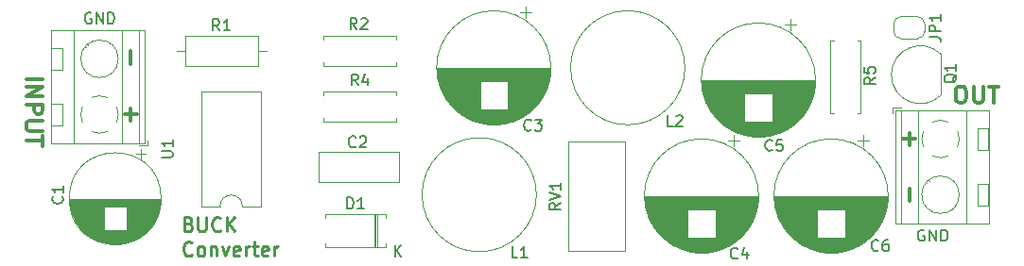
<source format=gto>
%TF.GenerationSoftware,KiCad,Pcbnew,(5.1.12)-1*%
%TF.CreationDate,2022-12-13T06:15:17+01:00*%
%TF.ProjectId,MC34063_buck,4d433334-3036-4335-9f62-75636b2e6b69,rev?*%
%TF.SameCoordinates,Original*%
%TF.FileFunction,Legend,Top*%
%TF.FilePolarity,Positive*%
%FSLAX46Y46*%
G04 Gerber Fmt 4.6, Leading zero omitted, Abs format (unit mm)*
G04 Created by KiCad (PCBNEW (5.1.12)-1) date 2022-12-13 06:15:17*
%MOMM*%
%LPD*%
G01*
G04 APERTURE LIST*
%ADD10C,0.300000*%
%ADD11C,0.250000*%
%ADD12C,0.150000*%
%ADD13C,0.120000*%
G04 APERTURE END LIST*
D10*
X55307142Y-64171428D02*
X55307142Y-63028571D01*
X55307142Y-69271428D02*
X55307142Y-68128571D01*
X55878571Y-68700000D02*
X54735714Y-68700000D01*
X125007142Y-76471428D02*
X125007142Y-75328571D01*
X125007142Y-71471428D02*
X125007142Y-70328571D01*
X125578571Y-70900000D02*
X124435714Y-70900000D01*
D11*
X60476785Y-78507142D02*
X60655357Y-78569047D01*
X60714880Y-78630952D01*
X60774404Y-78754761D01*
X60774404Y-78940476D01*
X60714880Y-79064285D01*
X60655357Y-79126190D01*
X60536309Y-79188095D01*
X60060119Y-79188095D01*
X60060119Y-77888095D01*
X60476785Y-77888095D01*
X60595833Y-77950000D01*
X60655357Y-78011904D01*
X60714880Y-78135714D01*
X60714880Y-78259523D01*
X60655357Y-78383333D01*
X60595833Y-78445238D01*
X60476785Y-78507142D01*
X60060119Y-78507142D01*
X61310119Y-77888095D02*
X61310119Y-78940476D01*
X61369642Y-79064285D01*
X61429166Y-79126190D01*
X61548214Y-79188095D01*
X61786309Y-79188095D01*
X61905357Y-79126190D01*
X61964880Y-79064285D01*
X62024404Y-78940476D01*
X62024404Y-77888095D01*
X63333928Y-79064285D02*
X63274404Y-79126190D01*
X63095833Y-79188095D01*
X62976785Y-79188095D01*
X62798214Y-79126190D01*
X62679166Y-79002380D01*
X62619642Y-78878571D01*
X62560119Y-78630952D01*
X62560119Y-78445238D01*
X62619642Y-78197619D01*
X62679166Y-78073809D01*
X62798214Y-77950000D01*
X62976785Y-77888095D01*
X63095833Y-77888095D01*
X63274404Y-77950000D01*
X63333928Y-78011904D01*
X63869642Y-79188095D02*
X63869642Y-77888095D01*
X64583928Y-79188095D02*
X64048214Y-78445238D01*
X64583928Y-77888095D02*
X63869642Y-78630952D01*
X60774404Y-81264285D02*
X60714880Y-81326190D01*
X60536309Y-81388095D01*
X60417261Y-81388095D01*
X60238690Y-81326190D01*
X60119642Y-81202380D01*
X60060119Y-81078571D01*
X60000595Y-80830952D01*
X60000595Y-80645238D01*
X60060119Y-80397619D01*
X60119642Y-80273809D01*
X60238690Y-80150000D01*
X60417261Y-80088095D01*
X60536309Y-80088095D01*
X60714880Y-80150000D01*
X60774404Y-80211904D01*
X61488690Y-81388095D02*
X61369642Y-81326190D01*
X61310119Y-81264285D01*
X61250595Y-81140476D01*
X61250595Y-80769047D01*
X61310119Y-80645238D01*
X61369642Y-80583333D01*
X61488690Y-80521428D01*
X61667261Y-80521428D01*
X61786309Y-80583333D01*
X61845833Y-80645238D01*
X61905357Y-80769047D01*
X61905357Y-81140476D01*
X61845833Y-81264285D01*
X61786309Y-81326190D01*
X61667261Y-81388095D01*
X61488690Y-81388095D01*
X62441071Y-80521428D02*
X62441071Y-81388095D01*
X62441071Y-80645238D02*
X62500595Y-80583333D01*
X62619642Y-80521428D01*
X62798214Y-80521428D01*
X62917261Y-80583333D01*
X62976785Y-80707142D01*
X62976785Y-81388095D01*
X63452976Y-80521428D02*
X63750595Y-81388095D01*
X64048214Y-80521428D01*
X65000595Y-81326190D02*
X64881547Y-81388095D01*
X64643452Y-81388095D01*
X64524404Y-81326190D01*
X64464880Y-81202380D01*
X64464880Y-80707142D01*
X64524404Y-80583333D01*
X64643452Y-80521428D01*
X64881547Y-80521428D01*
X65000595Y-80583333D01*
X65060119Y-80707142D01*
X65060119Y-80830952D01*
X64464880Y-80954761D01*
X65595833Y-81388095D02*
X65595833Y-80521428D01*
X65595833Y-80769047D02*
X65655357Y-80645238D01*
X65714880Y-80583333D01*
X65833928Y-80521428D01*
X65952976Y-80521428D01*
X66191071Y-80521428D02*
X66667261Y-80521428D01*
X66369642Y-80088095D02*
X66369642Y-81202380D01*
X66429166Y-81326190D01*
X66548214Y-81388095D01*
X66667261Y-81388095D01*
X67560119Y-81326190D02*
X67441071Y-81388095D01*
X67202976Y-81388095D01*
X67083928Y-81326190D01*
X67024404Y-81202380D01*
X67024404Y-80707142D01*
X67083928Y-80583333D01*
X67202976Y-80521428D01*
X67441071Y-80521428D01*
X67560119Y-80583333D01*
X67619642Y-80707142D01*
X67619642Y-80830952D01*
X67024404Y-80954761D01*
X68155357Y-81388095D02*
X68155357Y-80521428D01*
X68155357Y-80769047D02*
X68214880Y-80645238D01*
X68274404Y-80583333D01*
X68393452Y-80521428D01*
X68512500Y-80521428D01*
D12*
X126338095Y-79100000D02*
X126242857Y-79052380D01*
X126100000Y-79052380D01*
X125957142Y-79100000D01*
X125861904Y-79195238D01*
X125814285Y-79290476D01*
X125766666Y-79480952D01*
X125766666Y-79623809D01*
X125814285Y-79814285D01*
X125861904Y-79909523D01*
X125957142Y-80004761D01*
X126100000Y-80052380D01*
X126195238Y-80052380D01*
X126338095Y-80004761D01*
X126385714Y-79957142D01*
X126385714Y-79623809D01*
X126195238Y-79623809D01*
X126814285Y-80052380D02*
X126814285Y-79052380D01*
X127385714Y-80052380D01*
X127385714Y-79052380D01*
X127861904Y-80052380D02*
X127861904Y-79052380D01*
X128100000Y-79052380D01*
X128242857Y-79100000D01*
X128338095Y-79195238D01*
X128385714Y-79290476D01*
X128433333Y-79480952D01*
X128433333Y-79623809D01*
X128385714Y-79814285D01*
X128338095Y-79909523D01*
X128242857Y-80004761D01*
X128100000Y-80052380D01*
X127861904Y-80052380D01*
D10*
X129500000Y-66178571D02*
X129785714Y-66178571D01*
X129928571Y-66250000D01*
X130071428Y-66392857D01*
X130142857Y-66678571D01*
X130142857Y-67178571D01*
X130071428Y-67464285D01*
X129928571Y-67607142D01*
X129785714Y-67678571D01*
X129500000Y-67678571D01*
X129357142Y-67607142D01*
X129214285Y-67464285D01*
X129142857Y-67178571D01*
X129142857Y-66678571D01*
X129214285Y-66392857D01*
X129357142Y-66250000D01*
X129500000Y-66178571D01*
X130785714Y-66178571D02*
X130785714Y-67392857D01*
X130857142Y-67535714D01*
X130928571Y-67607142D01*
X131071428Y-67678571D01*
X131357142Y-67678571D01*
X131500000Y-67607142D01*
X131571428Y-67535714D01*
X131642857Y-67392857D01*
X131642857Y-66178571D01*
X132142857Y-66178571D02*
X133000000Y-66178571D01*
X132571428Y-67678571D02*
X132571428Y-66178571D01*
D12*
X51738095Y-59600000D02*
X51642857Y-59552380D01*
X51500000Y-59552380D01*
X51357142Y-59600000D01*
X51261904Y-59695238D01*
X51214285Y-59790476D01*
X51166666Y-59980952D01*
X51166666Y-60123809D01*
X51214285Y-60314285D01*
X51261904Y-60409523D01*
X51357142Y-60504761D01*
X51500000Y-60552380D01*
X51595238Y-60552380D01*
X51738095Y-60504761D01*
X51785714Y-60457142D01*
X51785714Y-60123809D01*
X51595238Y-60123809D01*
X52214285Y-60552380D02*
X52214285Y-59552380D01*
X52785714Y-60552380D01*
X52785714Y-59552380D01*
X53261904Y-60552380D02*
X53261904Y-59552380D01*
X53500000Y-59552380D01*
X53642857Y-59600000D01*
X53738095Y-59695238D01*
X53785714Y-59790476D01*
X53833333Y-59980952D01*
X53833333Y-60123809D01*
X53785714Y-60314285D01*
X53738095Y-60409523D01*
X53642857Y-60504761D01*
X53500000Y-60552380D01*
X53261904Y-60552380D01*
D10*
X45921428Y-65507142D02*
X47421428Y-65507142D01*
X45921428Y-66221428D02*
X47421428Y-66221428D01*
X45921428Y-67078571D01*
X47421428Y-67078571D01*
X45921428Y-67792857D02*
X47421428Y-67792857D01*
X47421428Y-68364285D01*
X47350000Y-68507142D01*
X47278571Y-68578571D01*
X47135714Y-68650000D01*
X46921428Y-68650000D01*
X46778571Y-68578571D01*
X46707142Y-68507142D01*
X46635714Y-68364285D01*
X46635714Y-67792857D01*
X47421428Y-69292857D02*
X46207142Y-69292857D01*
X46064285Y-69364285D01*
X45992857Y-69435714D01*
X45921428Y-69578571D01*
X45921428Y-69864285D01*
X45992857Y-70007142D01*
X46064285Y-70078571D01*
X46207142Y-70150000D01*
X47421428Y-70150000D01*
X47421428Y-70650000D02*
X47421428Y-71507142D01*
X45921428Y-71078571D02*
X47421428Y-71078571D01*
D13*
%TO.C,C2*%
X79320000Y-72030000D02*
X79320000Y-74770000D01*
X72080000Y-72030000D02*
X72080000Y-74770000D01*
X72080000Y-74770000D02*
X79320000Y-74770000D01*
X72080000Y-72030000D02*
X79320000Y-72030000D01*
%TO.C,D1*%
X77330000Y-80570000D02*
X77330000Y-77630000D01*
X77090000Y-80570000D02*
X77090000Y-77630000D01*
X77210000Y-80570000D02*
X77210000Y-77630000D01*
X72670000Y-77630000D02*
X72670000Y-77960000D01*
X78110000Y-77630000D02*
X72670000Y-77630000D01*
X78110000Y-77960000D02*
X78110000Y-77630000D01*
X72670000Y-80570000D02*
X72670000Y-80240000D01*
X78110000Y-80570000D02*
X72670000Y-80570000D01*
X78110000Y-80240000D02*
X78110000Y-80570000D01*
%TO.C,J1*%
X54180000Y-63700000D02*
G75*
G03*
X54180000Y-63700000I-1680000J0D01*
G01*
X56000000Y-71260000D02*
X56000000Y-61140000D01*
X54500000Y-71260000D02*
X54500000Y-61140000D01*
X50199000Y-71260000D02*
X50199000Y-61140000D01*
X48140000Y-71260000D02*
X48140000Y-61140000D01*
X56560000Y-71260000D02*
X56560000Y-61140000D01*
X48140000Y-71260000D02*
X56560000Y-71260000D01*
X48140000Y-61140000D02*
X56560000Y-61140000D01*
X48200000Y-69700000D02*
X48200000Y-67700000D01*
X49200000Y-69700000D02*
X49200000Y-67700000D01*
X48200000Y-69700000D02*
X49200000Y-69700000D01*
X48200000Y-67700000D02*
X49200000Y-67700000D01*
X51431000Y-62425000D02*
X51477000Y-62472000D01*
X53739000Y-64734000D02*
X53774000Y-64769000D01*
X51225000Y-62630000D02*
X51261000Y-62665000D01*
X53523000Y-64927000D02*
X53569000Y-64974000D01*
X48200000Y-64700000D02*
X48200000Y-62700000D01*
X49200000Y-64700000D02*
X49200000Y-62700000D01*
X48200000Y-64700000D02*
X49200000Y-64700000D01*
X48200000Y-62700000D02*
X49200000Y-62700000D01*
X56060000Y-71500000D02*
X56800000Y-71500000D01*
X56800000Y-71500000D02*
X56800000Y-71000000D01*
X54180253Y-68671195D02*
G75*
G02*
X54035000Y-69384000I-1680253J-28805D01*
G01*
X53183042Y-70235426D02*
G75*
G02*
X51816000Y-70235000I-683042J1535426D01*
G01*
X50964574Y-69383042D02*
G75*
G02*
X50965000Y-68016000I1535426J683042D01*
G01*
X51816958Y-67164574D02*
G75*
G02*
X53184000Y-67165000I683042J-1535426D01*
G01*
X54034756Y-68016682D02*
G75*
G02*
X54180000Y-68700000I-1534756J-683318D01*
G01*
%TO.C,J2*%
X123500000Y-68100000D02*
X123500000Y-68600000D01*
X124240000Y-68100000D02*
X123500000Y-68100000D01*
X132100000Y-76900000D02*
X131100000Y-76900000D01*
X132100000Y-74900000D02*
X131100000Y-74900000D01*
X131100000Y-74900000D02*
X131100000Y-76900000D01*
X132100000Y-74900000D02*
X132100000Y-76900000D01*
X126777000Y-74673000D02*
X126731000Y-74626000D01*
X129075000Y-76970000D02*
X129039000Y-76935000D01*
X126561000Y-74866000D02*
X126526000Y-74831000D01*
X128869000Y-77175000D02*
X128823000Y-77128000D01*
X132100000Y-71900000D02*
X131100000Y-71900000D01*
X132100000Y-69900000D02*
X131100000Y-69900000D01*
X131100000Y-69900000D02*
X131100000Y-71900000D01*
X132100000Y-69900000D02*
X132100000Y-71900000D01*
X132160000Y-78460000D02*
X123740000Y-78460000D01*
X132160000Y-68340000D02*
X123740000Y-68340000D01*
X123740000Y-68340000D02*
X123740000Y-78460000D01*
X132160000Y-68340000D02*
X132160000Y-78460000D01*
X130101000Y-68340000D02*
X130101000Y-78460000D01*
X125800000Y-68340000D02*
X125800000Y-78460000D01*
X124300000Y-68340000D02*
X124300000Y-78460000D01*
X129480000Y-75900000D02*
G75*
G03*
X129480000Y-75900000I-1680000J0D01*
G01*
X126265244Y-71583318D02*
G75*
G02*
X126120000Y-70900000I1534756J683318D01*
G01*
X128483042Y-72435426D02*
G75*
G02*
X127116000Y-72435000I-683042J1535426D01*
G01*
X129335426Y-70216958D02*
G75*
G02*
X129335000Y-71584000I-1535426J-683042D01*
G01*
X127116958Y-69364574D02*
G75*
G02*
X128484000Y-69365000I683042J-1535426D01*
G01*
X126119747Y-70928805D02*
G75*
G02*
X126265000Y-70216000I1680253J28805D01*
G01*
%TO.C,JP1*%
X124300000Y-59900000D02*
X125700000Y-59900000D01*
X126400000Y-60600000D02*
X126400000Y-61200000D01*
X125700000Y-61900000D02*
X124300000Y-61900000D01*
X123600000Y-61200000D02*
X123600000Y-60600000D01*
X125700000Y-59900000D02*
G75*
G02*
X126400000Y-60600000I0J-700000D01*
G01*
X126400000Y-61200000D02*
G75*
G02*
X125700000Y-61900000I-700000J0D01*
G01*
X124300000Y-61900000D02*
G75*
G02*
X123600000Y-61200000I0J700000D01*
G01*
X123600000Y-60600000D02*
G75*
G02*
X124300000Y-59900000I700000J0D01*
G01*
%TO.C,L1*%
X91620000Y-75900000D02*
G75*
G03*
X91620000Y-75900000I-5120000J0D01*
G01*
%TO.C,L2*%
X104920000Y-64500000D02*
G75*
G03*
X104920000Y-64500000I-5120000J0D01*
G01*
%TO.C,Q1*%
X127850000Y-66930000D02*
X127850000Y-63330000D01*
X127838478Y-66968478D02*
G75*
G02*
X123400000Y-65130000I-1838478J1838478D01*
G01*
X127838478Y-63291522D02*
G75*
G03*
X123400000Y-65130000I-1838478J-1838478D01*
G01*
%TO.C,R1*%
X59380000Y-63000000D02*
X60150000Y-63000000D01*
X67460000Y-63000000D02*
X66690000Y-63000000D01*
X60150000Y-64370000D02*
X66690000Y-64370000D01*
X60150000Y-61630000D02*
X60150000Y-64370000D01*
X66690000Y-61630000D02*
X60150000Y-61630000D01*
X66690000Y-64370000D02*
X66690000Y-61630000D01*
%TO.C,R2*%
X72520000Y-61630000D02*
X72520000Y-61960000D01*
X79060000Y-61630000D02*
X72520000Y-61630000D01*
X79060000Y-61960000D02*
X79060000Y-61630000D01*
X72520000Y-64370000D02*
X72520000Y-64040000D01*
X79060000Y-64370000D02*
X72520000Y-64370000D01*
X79060000Y-64040000D02*
X79060000Y-64370000D01*
%TO.C,R4*%
X79080000Y-69370000D02*
X79080000Y-69040000D01*
X72540000Y-69370000D02*
X79080000Y-69370000D01*
X72540000Y-69040000D02*
X72540000Y-69370000D01*
X79080000Y-66630000D02*
X79080000Y-66960000D01*
X72540000Y-66630000D02*
X79080000Y-66630000D01*
X72540000Y-66960000D02*
X72540000Y-66630000D01*
%TO.C,R5*%
X118260000Y-68560000D02*
X117930000Y-68560000D01*
X117930000Y-68560000D02*
X117930000Y-62020000D01*
X117930000Y-62020000D02*
X118260000Y-62020000D01*
X120340000Y-68560000D02*
X120670000Y-68560000D01*
X120670000Y-68560000D02*
X120670000Y-62020000D01*
X120670000Y-62020000D02*
X120340000Y-62020000D01*
%TO.C,RV1*%
X94470000Y-71155000D02*
X99540000Y-71155000D01*
X94470000Y-80925000D02*
X99540000Y-80925000D01*
X99540000Y-80925000D02*
X99540000Y-71155000D01*
X94470000Y-80925000D02*
X94470000Y-71155000D01*
%TO.C,U1*%
X61640000Y-76930000D02*
X63290000Y-76930000D01*
X61640000Y-66650000D02*
X61640000Y-76930000D01*
X66940000Y-66650000D02*
X61640000Y-66650000D01*
X66940000Y-76930000D02*
X66940000Y-66650000D01*
X65290000Y-76930000D02*
X66940000Y-76930000D01*
X63290000Y-76930000D02*
G75*
G02*
X65290000Y-76930000I1000000J0D01*
G01*
%TO.C,C3*%
X91175000Y-59520354D02*
X90175000Y-59520354D01*
X90675000Y-59020354D02*
X90675000Y-60020354D01*
X88399000Y-69581000D02*
X87201000Y-69581000D01*
X88662000Y-69541000D02*
X86938000Y-69541000D01*
X88862000Y-69501000D02*
X86738000Y-69501000D01*
X89030000Y-69461000D02*
X86570000Y-69461000D01*
X89178000Y-69421000D02*
X86422000Y-69421000D01*
X89310000Y-69381000D02*
X86290000Y-69381000D01*
X89430000Y-69341000D02*
X86170000Y-69341000D01*
X89542000Y-69301000D02*
X86058000Y-69301000D01*
X89646000Y-69261000D02*
X85954000Y-69261000D01*
X89744000Y-69221000D02*
X85856000Y-69221000D01*
X89837000Y-69181000D02*
X85763000Y-69181000D01*
X89925000Y-69141000D02*
X85675000Y-69141000D01*
X90009000Y-69101000D02*
X85591000Y-69101000D01*
X90089000Y-69061000D02*
X85511000Y-69061000D01*
X90165000Y-69021000D02*
X85435000Y-69021000D01*
X90239000Y-68981000D02*
X85361000Y-68981000D01*
X90310000Y-68941000D02*
X85290000Y-68941000D01*
X90379000Y-68901000D02*
X85221000Y-68901000D01*
X90445000Y-68861000D02*
X85155000Y-68861000D01*
X90509000Y-68821000D02*
X85091000Y-68821000D01*
X90570000Y-68781000D02*
X85030000Y-68781000D01*
X90630000Y-68741000D02*
X84970000Y-68741000D01*
X90689000Y-68701000D02*
X84911000Y-68701000D01*
X90745000Y-68661000D02*
X84855000Y-68661000D01*
X90800000Y-68621000D02*
X84800000Y-68621000D01*
X90854000Y-68581000D02*
X84746000Y-68581000D01*
X90906000Y-68541000D02*
X84694000Y-68541000D01*
X90956000Y-68501000D02*
X84644000Y-68501000D01*
X91006000Y-68461000D02*
X84594000Y-68461000D01*
X91054000Y-68421000D02*
X84546000Y-68421000D01*
X91101000Y-68381000D02*
X84499000Y-68381000D01*
X91147000Y-68341000D02*
X84453000Y-68341000D01*
X91192000Y-68301000D02*
X84408000Y-68301000D01*
X91236000Y-68261000D02*
X84364000Y-68261000D01*
X86559000Y-68221000D02*
X84322000Y-68221000D01*
X91278000Y-68221000D02*
X89041000Y-68221000D01*
X86559000Y-68181000D02*
X84280000Y-68181000D01*
X91320000Y-68181000D02*
X89041000Y-68181000D01*
X86559000Y-68141000D02*
X84239000Y-68141000D01*
X91361000Y-68141000D02*
X89041000Y-68141000D01*
X86559000Y-68101000D02*
X84199000Y-68101000D01*
X91401000Y-68101000D02*
X89041000Y-68101000D01*
X86559000Y-68061000D02*
X84160000Y-68061000D01*
X91440000Y-68061000D02*
X89041000Y-68061000D01*
X86559000Y-68021000D02*
X84121000Y-68021000D01*
X91479000Y-68021000D02*
X89041000Y-68021000D01*
X86559000Y-67981000D02*
X84084000Y-67981000D01*
X91516000Y-67981000D02*
X89041000Y-67981000D01*
X86559000Y-67941000D02*
X84047000Y-67941000D01*
X91553000Y-67941000D02*
X89041000Y-67941000D01*
X86559000Y-67901000D02*
X84011000Y-67901000D01*
X91589000Y-67901000D02*
X89041000Y-67901000D01*
X86559000Y-67861000D02*
X83976000Y-67861000D01*
X91624000Y-67861000D02*
X89041000Y-67861000D01*
X86559000Y-67821000D02*
X83942000Y-67821000D01*
X91658000Y-67821000D02*
X89041000Y-67821000D01*
X86559000Y-67781000D02*
X83908000Y-67781000D01*
X91692000Y-67781000D02*
X89041000Y-67781000D01*
X86559000Y-67741000D02*
X83875000Y-67741000D01*
X91725000Y-67741000D02*
X89041000Y-67741000D01*
X86559000Y-67701000D02*
X83843000Y-67701000D01*
X91757000Y-67701000D02*
X89041000Y-67701000D01*
X86559000Y-67661000D02*
X83811000Y-67661000D01*
X91789000Y-67661000D02*
X89041000Y-67661000D01*
X86559000Y-67621000D02*
X83780000Y-67621000D01*
X91820000Y-67621000D02*
X89041000Y-67621000D01*
X86559000Y-67581000D02*
X83750000Y-67581000D01*
X91850000Y-67581000D02*
X89041000Y-67581000D01*
X86559000Y-67541000D02*
X83720000Y-67541000D01*
X91880000Y-67541000D02*
X89041000Y-67541000D01*
X86559000Y-67501000D02*
X83690000Y-67501000D01*
X91910000Y-67501000D02*
X89041000Y-67501000D01*
X86559000Y-67461000D02*
X83662000Y-67461000D01*
X91938000Y-67461000D02*
X89041000Y-67461000D01*
X86559000Y-67421000D02*
X83634000Y-67421000D01*
X91966000Y-67421000D02*
X89041000Y-67421000D01*
X86559000Y-67381000D02*
X83606000Y-67381000D01*
X91994000Y-67381000D02*
X89041000Y-67381000D01*
X86559000Y-67341000D02*
X83579000Y-67341000D01*
X92021000Y-67341000D02*
X89041000Y-67341000D01*
X86559000Y-67301000D02*
X83553000Y-67301000D01*
X92047000Y-67301000D02*
X89041000Y-67301000D01*
X86559000Y-67261000D02*
X83527000Y-67261000D01*
X92073000Y-67261000D02*
X89041000Y-67261000D01*
X86559000Y-67221000D02*
X83502000Y-67221000D01*
X92098000Y-67221000D02*
X89041000Y-67221000D01*
X86559000Y-67181000D02*
X83477000Y-67181000D01*
X92123000Y-67181000D02*
X89041000Y-67181000D01*
X86559000Y-67141000D02*
X83453000Y-67141000D01*
X92147000Y-67141000D02*
X89041000Y-67141000D01*
X86559000Y-67101000D02*
X83429000Y-67101000D01*
X92171000Y-67101000D02*
X89041000Y-67101000D01*
X86559000Y-67061000D02*
X83405000Y-67061000D01*
X92195000Y-67061000D02*
X89041000Y-67061000D01*
X86559000Y-67021000D02*
X83383000Y-67021000D01*
X92217000Y-67021000D02*
X89041000Y-67021000D01*
X86559000Y-66981000D02*
X83360000Y-66981000D01*
X92240000Y-66981000D02*
X89041000Y-66981000D01*
X86559000Y-66941000D02*
X83338000Y-66941000D01*
X92262000Y-66941000D02*
X89041000Y-66941000D01*
X86559000Y-66901000D02*
X83317000Y-66901000D01*
X92283000Y-66901000D02*
X89041000Y-66901000D01*
X86559000Y-66861000D02*
X83296000Y-66861000D01*
X92304000Y-66861000D02*
X89041000Y-66861000D01*
X86559000Y-66821000D02*
X83275000Y-66821000D01*
X92325000Y-66821000D02*
X89041000Y-66821000D01*
X86559000Y-66781000D02*
X83255000Y-66781000D01*
X92345000Y-66781000D02*
X89041000Y-66781000D01*
X86559000Y-66741000D02*
X83236000Y-66741000D01*
X92364000Y-66741000D02*
X89041000Y-66741000D01*
X86559000Y-66701000D02*
X83216000Y-66701000D01*
X92384000Y-66701000D02*
X89041000Y-66701000D01*
X86559000Y-66661000D02*
X83197000Y-66661000D01*
X92403000Y-66661000D02*
X89041000Y-66661000D01*
X86559000Y-66621000D02*
X83179000Y-66621000D01*
X92421000Y-66621000D02*
X89041000Y-66621000D01*
X86559000Y-66581000D02*
X83161000Y-66581000D01*
X92439000Y-66581000D02*
X89041000Y-66581000D01*
X86559000Y-66541000D02*
X83143000Y-66541000D01*
X92457000Y-66541000D02*
X89041000Y-66541000D01*
X86559000Y-66501000D02*
X83126000Y-66501000D01*
X92474000Y-66501000D02*
X89041000Y-66501000D01*
X86559000Y-66461000D02*
X83110000Y-66461000D01*
X92490000Y-66461000D02*
X89041000Y-66461000D01*
X86559000Y-66421000D02*
X83093000Y-66421000D01*
X92507000Y-66421000D02*
X89041000Y-66421000D01*
X86559000Y-66381000D02*
X83077000Y-66381000D01*
X92523000Y-66381000D02*
X89041000Y-66381000D01*
X86559000Y-66341000D02*
X83062000Y-66341000D01*
X92538000Y-66341000D02*
X89041000Y-66341000D01*
X86559000Y-66301000D02*
X83046000Y-66301000D01*
X92554000Y-66301000D02*
X89041000Y-66301000D01*
X86559000Y-66261000D02*
X83032000Y-66261000D01*
X92568000Y-66261000D02*
X89041000Y-66261000D01*
X86559000Y-66221000D02*
X83017000Y-66221000D01*
X92583000Y-66221000D02*
X89041000Y-66221000D01*
X86559000Y-66181000D02*
X83003000Y-66181000D01*
X92597000Y-66181000D02*
X89041000Y-66181000D01*
X86559000Y-66141000D02*
X82989000Y-66141000D01*
X92611000Y-66141000D02*
X89041000Y-66141000D01*
X86559000Y-66101000D02*
X82976000Y-66101000D01*
X92624000Y-66101000D02*
X89041000Y-66101000D01*
X86559000Y-66061000D02*
X82963000Y-66061000D01*
X92637000Y-66061000D02*
X89041000Y-66061000D01*
X86559000Y-66021000D02*
X82950000Y-66021000D01*
X92650000Y-66021000D02*
X89041000Y-66021000D01*
X86559000Y-65981000D02*
X82938000Y-65981000D01*
X92662000Y-65981000D02*
X89041000Y-65981000D01*
X86559000Y-65941000D02*
X82926000Y-65941000D01*
X92674000Y-65941000D02*
X89041000Y-65941000D01*
X86559000Y-65901000D02*
X82915000Y-65901000D01*
X92685000Y-65901000D02*
X89041000Y-65901000D01*
X86559000Y-65861000D02*
X82903000Y-65861000D01*
X92697000Y-65861000D02*
X89041000Y-65861000D01*
X86559000Y-65821000D02*
X82893000Y-65821000D01*
X92707000Y-65821000D02*
X89041000Y-65821000D01*
X86559000Y-65781000D02*
X82882000Y-65781000D01*
X92718000Y-65781000D02*
X89041000Y-65781000D01*
X92728000Y-65741000D02*
X82872000Y-65741000D01*
X92738000Y-65701000D02*
X82862000Y-65701000D01*
X92747000Y-65661000D02*
X82853000Y-65661000D01*
X92756000Y-65621000D02*
X82844000Y-65621000D01*
X92765000Y-65581000D02*
X82835000Y-65581000D01*
X92774000Y-65541000D02*
X82826000Y-65541000D01*
X92782000Y-65501000D02*
X82818000Y-65501000D01*
X92790000Y-65461000D02*
X82810000Y-65461000D01*
X92797000Y-65421000D02*
X82803000Y-65421000D01*
X92804000Y-65381000D02*
X82796000Y-65381000D01*
X92811000Y-65341000D02*
X82789000Y-65341000D01*
X92818000Y-65301000D02*
X82782000Y-65301000D01*
X92824000Y-65261000D02*
X82776000Y-65261000D01*
X92830000Y-65221000D02*
X82770000Y-65221000D01*
X92835000Y-65180000D02*
X82765000Y-65180000D01*
X92840000Y-65140000D02*
X82760000Y-65140000D01*
X92845000Y-65100000D02*
X82755000Y-65100000D01*
X92850000Y-65060000D02*
X82750000Y-65060000D01*
X92854000Y-65020000D02*
X82746000Y-65020000D01*
X92858000Y-64980000D02*
X82742000Y-64980000D01*
X92862000Y-64940000D02*
X82738000Y-64940000D01*
X92865000Y-64900000D02*
X82735000Y-64900000D01*
X92868000Y-64860000D02*
X82732000Y-64860000D01*
X92870000Y-64820000D02*
X82730000Y-64820000D01*
X92873000Y-64780000D02*
X82727000Y-64780000D01*
X92875000Y-64740000D02*
X82725000Y-64740000D01*
X92877000Y-64700000D02*
X82723000Y-64700000D01*
X92878000Y-64660000D02*
X82722000Y-64660000D01*
X92879000Y-64620000D02*
X82721000Y-64620000D01*
X92880000Y-64580000D02*
X82720000Y-64580000D01*
X92880000Y-64540000D02*
X82720000Y-64540000D01*
X92880000Y-64500000D02*
X82720000Y-64500000D01*
X92920000Y-64500000D02*
G75*
G03*
X92920000Y-64500000I-5120000J0D01*
G01*
%TO.C,C4*%
X111520000Y-76000000D02*
G75*
G03*
X111520000Y-76000000I-5120000J0D01*
G01*
X111480000Y-76000000D02*
X101320000Y-76000000D01*
X111480000Y-76040000D02*
X101320000Y-76040000D01*
X111480000Y-76080000D02*
X101320000Y-76080000D01*
X111479000Y-76120000D02*
X101321000Y-76120000D01*
X111478000Y-76160000D02*
X101322000Y-76160000D01*
X111477000Y-76200000D02*
X101323000Y-76200000D01*
X111475000Y-76240000D02*
X101325000Y-76240000D01*
X111473000Y-76280000D02*
X101327000Y-76280000D01*
X111470000Y-76320000D02*
X101330000Y-76320000D01*
X111468000Y-76360000D02*
X101332000Y-76360000D01*
X111465000Y-76400000D02*
X101335000Y-76400000D01*
X111462000Y-76440000D02*
X101338000Y-76440000D01*
X111458000Y-76480000D02*
X101342000Y-76480000D01*
X111454000Y-76520000D02*
X101346000Y-76520000D01*
X111450000Y-76560000D02*
X101350000Y-76560000D01*
X111445000Y-76600000D02*
X101355000Y-76600000D01*
X111440000Y-76640000D02*
X101360000Y-76640000D01*
X111435000Y-76680000D02*
X101365000Y-76680000D01*
X111430000Y-76721000D02*
X101370000Y-76721000D01*
X111424000Y-76761000D02*
X101376000Y-76761000D01*
X111418000Y-76801000D02*
X101382000Y-76801000D01*
X111411000Y-76841000D02*
X101389000Y-76841000D01*
X111404000Y-76881000D02*
X101396000Y-76881000D01*
X111397000Y-76921000D02*
X101403000Y-76921000D01*
X111390000Y-76961000D02*
X101410000Y-76961000D01*
X111382000Y-77001000D02*
X101418000Y-77001000D01*
X111374000Y-77041000D02*
X101426000Y-77041000D01*
X111365000Y-77081000D02*
X101435000Y-77081000D01*
X111356000Y-77121000D02*
X101444000Y-77121000D01*
X111347000Y-77161000D02*
X101453000Y-77161000D01*
X111338000Y-77201000D02*
X101462000Y-77201000D01*
X111328000Y-77241000D02*
X101472000Y-77241000D01*
X111318000Y-77281000D02*
X107641000Y-77281000D01*
X105159000Y-77281000D02*
X101482000Y-77281000D01*
X111307000Y-77321000D02*
X107641000Y-77321000D01*
X105159000Y-77321000D02*
X101493000Y-77321000D01*
X111297000Y-77361000D02*
X107641000Y-77361000D01*
X105159000Y-77361000D02*
X101503000Y-77361000D01*
X111285000Y-77401000D02*
X107641000Y-77401000D01*
X105159000Y-77401000D02*
X101515000Y-77401000D01*
X111274000Y-77441000D02*
X107641000Y-77441000D01*
X105159000Y-77441000D02*
X101526000Y-77441000D01*
X111262000Y-77481000D02*
X107641000Y-77481000D01*
X105159000Y-77481000D02*
X101538000Y-77481000D01*
X111250000Y-77521000D02*
X107641000Y-77521000D01*
X105159000Y-77521000D02*
X101550000Y-77521000D01*
X111237000Y-77561000D02*
X107641000Y-77561000D01*
X105159000Y-77561000D02*
X101563000Y-77561000D01*
X111224000Y-77601000D02*
X107641000Y-77601000D01*
X105159000Y-77601000D02*
X101576000Y-77601000D01*
X111211000Y-77641000D02*
X107641000Y-77641000D01*
X105159000Y-77641000D02*
X101589000Y-77641000D01*
X111197000Y-77681000D02*
X107641000Y-77681000D01*
X105159000Y-77681000D02*
X101603000Y-77681000D01*
X111183000Y-77721000D02*
X107641000Y-77721000D01*
X105159000Y-77721000D02*
X101617000Y-77721000D01*
X111168000Y-77761000D02*
X107641000Y-77761000D01*
X105159000Y-77761000D02*
X101632000Y-77761000D01*
X111154000Y-77801000D02*
X107641000Y-77801000D01*
X105159000Y-77801000D02*
X101646000Y-77801000D01*
X111138000Y-77841000D02*
X107641000Y-77841000D01*
X105159000Y-77841000D02*
X101662000Y-77841000D01*
X111123000Y-77881000D02*
X107641000Y-77881000D01*
X105159000Y-77881000D02*
X101677000Y-77881000D01*
X111107000Y-77921000D02*
X107641000Y-77921000D01*
X105159000Y-77921000D02*
X101693000Y-77921000D01*
X111090000Y-77961000D02*
X107641000Y-77961000D01*
X105159000Y-77961000D02*
X101710000Y-77961000D01*
X111074000Y-78001000D02*
X107641000Y-78001000D01*
X105159000Y-78001000D02*
X101726000Y-78001000D01*
X111057000Y-78041000D02*
X107641000Y-78041000D01*
X105159000Y-78041000D02*
X101743000Y-78041000D01*
X111039000Y-78081000D02*
X107641000Y-78081000D01*
X105159000Y-78081000D02*
X101761000Y-78081000D01*
X111021000Y-78121000D02*
X107641000Y-78121000D01*
X105159000Y-78121000D02*
X101779000Y-78121000D01*
X111003000Y-78161000D02*
X107641000Y-78161000D01*
X105159000Y-78161000D02*
X101797000Y-78161000D01*
X110984000Y-78201000D02*
X107641000Y-78201000D01*
X105159000Y-78201000D02*
X101816000Y-78201000D01*
X110964000Y-78241000D02*
X107641000Y-78241000D01*
X105159000Y-78241000D02*
X101836000Y-78241000D01*
X110945000Y-78281000D02*
X107641000Y-78281000D01*
X105159000Y-78281000D02*
X101855000Y-78281000D01*
X110925000Y-78321000D02*
X107641000Y-78321000D01*
X105159000Y-78321000D02*
X101875000Y-78321000D01*
X110904000Y-78361000D02*
X107641000Y-78361000D01*
X105159000Y-78361000D02*
X101896000Y-78361000D01*
X110883000Y-78401000D02*
X107641000Y-78401000D01*
X105159000Y-78401000D02*
X101917000Y-78401000D01*
X110862000Y-78441000D02*
X107641000Y-78441000D01*
X105159000Y-78441000D02*
X101938000Y-78441000D01*
X110840000Y-78481000D02*
X107641000Y-78481000D01*
X105159000Y-78481000D02*
X101960000Y-78481000D01*
X110817000Y-78521000D02*
X107641000Y-78521000D01*
X105159000Y-78521000D02*
X101983000Y-78521000D01*
X110795000Y-78561000D02*
X107641000Y-78561000D01*
X105159000Y-78561000D02*
X102005000Y-78561000D01*
X110771000Y-78601000D02*
X107641000Y-78601000D01*
X105159000Y-78601000D02*
X102029000Y-78601000D01*
X110747000Y-78641000D02*
X107641000Y-78641000D01*
X105159000Y-78641000D02*
X102053000Y-78641000D01*
X110723000Y-78681000D02*
X107641000Y-78681000D01*
X105159000Y-78681000D02*
X102077000Y-78681000D01*
X110698000Y-78721000D02*
X107641000Y-78721000D01*
X105159000Y-78721000D02*
X102102000Y-78721000D01*
X110673000Y-78761000D02*
X107641000Y-78761000D01*
X105159000Y-78761000D02*
X102127000Y-78761000D01*
X110647000Y-78801000D02*
X107641000Y-78801000D01*
X105159000Y-78801000D02*
X102153000Y-78801000D01*
X110621000Y-78841000D02*
X107641000Y-78841000D01*
X105159000Y-78841000D02*
X102179000Y-78841000D01*
X110594000Y-78881000D02*
X107641000Y-78881000D01*
X105159000Y-78881000D02*
X102206000Y-78881000D01*
X110566000Y-78921000D02*
X107641000Y-78921000D01*
X105159000Y-78921000D02*
X102234000Y-78921000D01*
X110538000Y-78961000D02*
X107641000Y-78961000D01*
X105159000Y-78961000D02*
X102262000Y-78961000D01*
X110510000Y-79001000D02*
X107641000Y-79001000D01*
X105159000Y-79001000D02*
X102290000Y-79001000D01*
X110480000Y-79041000D02*
X107641000Y-79041000D01*
X105159000Y-79041000D02*
X102320000Y-79041000D01*
X110450000Y-79081000D02*
X107641000Y-79081000D01*
X105159000Y-79081000D02*
X102350000Y-79081000D01*
X110420000Y-79121000D02*
X107641000Y-79121000D01*
X105159000Y-79121000D02*
X102380000Y-79121000D01*
X110389000Y-79161000D02*
X107641000Y-79161000D01*
X105159000Y-79161000D02*
X102411000Y-79161000D01*
X110357000Y-79201000D02*
X107641000Y-79201000D01*
X105159000Y-79201000D02*
X102443000Y-79201000D01*
X110325000Y-79241000D02*
X107641000Y-79241000D01*
X105159000Y-79241000D02*
X102475000Y-79241000D01*
X110292000Y-79281000D02*
X107641000Y-79281000D01*
X105159000Y-79281000D02*
X102508000Y-79281000D01*
X110258000Y-79321000D02*
X107641000Y-79321000D01*
X105159000Y-79321000D02*
X102542000Y-79321000D01*
X110224000Y-79361000D02*
X107641000Y-79361000D01*
X105159000Y-79361000D02*
X102576000Y-79361000D01*
X110189000Y-79401000D02*
X107641000Y-79401000D01*
X105159000Y-79401000D02*
X102611000Y-79401000D01*
X110153000Y-79441000D02*
X107641000Y-79441000D01*
X105159000Y-79441000D02*
X102647000Y-79441000D01*
X110116000Y-79481000D02*
X107641000Y-79481000D01*
X105159000Y-79481000D02*
X102684000Y-79481000D01*
X110079000Y-79521000D02*
X107641000Y-79521000D01*
X105159000Y-79521000D02*
X102721000Y-79521000D01*
X110040000Y-79561000D02*
X107641000Y-79561000D01*
X105159000Y-79561000D02*
X102760000Y-79561000D01*
X110001000Y-79601000D02*
X107641000Y-79601000D01*
X105159000Y-79601000D02*
X102799000Y-79601000D01*
X109961000Y-79641000D02*
X107641000Y-79641000D01*
X105159000Y-79641000D02*
X102839000Y-79641000D01*
X109920000Y-79681000D02*
X107641000Y-79681000D01*
X105159000Y-79681000D02*
X102880000Y-79681000D01*
X109878000Y-79721000D02*
X107641000Y-79721000D01*
X105159000Y-79721000D02*
X102922000Y-79721000D01*
X109836000Y-79761000D02*
X102964000Y-79761000D01*
X109792000Y-79801000D02*
X103008000Y-79801000D01*
X109747000Y-79841000D02*
X103053000Y-79841000D01*
X109701000Y-79881000D02*
X103099000Y-79881000D01*
X109654000Y-79921000D02*
X103146000Y-79921000D01*
X109606000Y-79961000D02*
X103194000Y-79961000D01*
X109556000Y-80001000D02*
X103244000Y-80001000D01*
X109506000Y-80041000D02*
X103294000Y-80041000D01*
X109454000Y-80081000D02*
X103346000Y-80081000D01*
X109400000Y-80121000D02*
X103400000Y-80121000D01*
X109345000Y-80161000D02*
X103455000Y-80161000D01*
X109289000Y-80201000D02*
X103511000Y-80201000D01*
X109230000Y-80241000D02*
X103570000Y-80241000D01*
X109170000Y-80281000D02*
X103630000Y-80281000D01*
X109109000Y-80321000D02*
X103691000Y-80321000D01*
X109045000Y-80361000D02*
X103755000Y-80361000D01*
X108979000Y-80401000D02*
X103821000Y-80401000D01*
X108910000Y-80441000D02*
X103890000Y-80441000D01*
X108839000Y-80481000D02*
X103961000Y-80481000D01*
X108765000Y-80521000D02*
X104035000Y-80521000D01*
X108689000Y-80561000D02*
X104111000Y-80561000D01*
X108609000Y-80601000D02*
X104191000Y-80601000D01*
X108525000Y-80641000D02*
X104275000Y-80641000D01*
X108437000Y-80681000D02*
X104363000Y-80681000D01*
X108344000Y-80721000D02*
X104456000Y-80721000D01*
X108246000Y-80761000D02*
X104554000Y-80761000D01*
X108142000Y-80801000D02*
X104658000Y-80801000D01*
X108030000Y-80841000D02*
X104770000Y-80841000D01*
X107910000Y-80881000D02*
X104890000Y-80881000D01*
X107778000Y-80921000D02*
X105022000Y-80921000D01*
X107630000Y-80961000D02*
X105170000Y-80961000D01*
X107462000Y-81001000D02*
X105338000Y-81001000D01*
X107262000Y-81041000D02*
X105538000Y-81041000D01*
X106999000Y-81081000D02*
X105801000Y-81081000D01*
X109275000Y-70520354D02*
X109275000Y-71520354D01*
X109775000Y-71020354D02*
X108775000Y-71020354D01*
%TO.C,C5*%
X116620000Y-65600000D02*
G75*
G03*
X116620000Y-65600000I-5120000J0D01*
G01*
X116580000Y-65600000D02*
X106420000Y-65600000D01*
X116580000Y-65640000D02*
X106420000Y-65640000D01*
X116580000Y-65680000D02*
X106420000Y-65680000D01*
X116579000Y-65720000D02*
X106421000Y-65720000D01*
X116578000Y-65760000D02*
X106422000Y-65760000D01*
X116577000Y-65800000D02*
X106423000Y-65800000D01*
X116575000Y-65840000D02*
X106425000Y-65840000D01*
X116573000Y-65880000D02*
X106427000Y-65880000D01*
X116570000Y-65920000D02*
X106430000Y-65920000D01*
X116568000Y-65960000D02*
X106432000Y-65960000D01*
X116565000Y-66000000D02*
X106435000Y-66000000D01*
X116562000Y-66040000D02*
X106438000Y-66040000D01*
X116558000Y-66080000D02*
X106442000Y-66080000D01*
X116554000Y-66120000D02*
X106446000Y-66120000D01*
X116550000Y-66160000D02*
X106450000Y-66160000D01*
X116545000Y-66200000D02*
X106455000Y-66200000D01*
X116540000Y-66240000D02*
X106460000Y-66240000D01*
X116535000Y-66280000D02*
X106465000Y-66280000D01*
X116530000Y-66321000D02*
X106470000Y-66321000D01*
X116524000Y-66361000D02*
X106476000Y-66361000D01*
X116518000Y-66401000D02*
X106482000Y-66401000D01*
X116511000Y-66441000D02*
X106489000Y-66441000D01*
X116504000Y-66481000D02*
X106496000Y-66481000D01*
X116497000Y-66521000D02*
X106503000Y-66521000D01*
X116490000Y-66561000D02*
X106510000Y-66561000D01*
X116482000Y-66601000D02*
X106518000Y-66601000D01*
X116474000Y-66641000D02*
X106526000Y-66641000D01*
X116465000Y-66681000D02*
X106535000Y-66681000D01*
X116456000Y-66721000D02*
X106544000Y-66721000D01*
X116447000Y-66761000D02*
X106553000Y-66761000D01*
X116438000Y-66801000D02*
X106562000Y-66801000D01*
X116428000Y-66841000D02*
X106572000Y-66841000D01*
X116418000Y-66881000D02*
X112741000Y-66881000D01*
X110259000Y-66881000D02*
X106582000Y-66881000D01*
X116407000Y-66921000D02*
X112741000Y-66921000D01*
X110259000Y-66921000D02*
X106593000Y-66921000D01*
X116397000Y-66961000D02*
X112741000Y-66961000D01*
X110259000Y-66961000D02*
X106603000Y-66961000D01*
X116385000Y-67001000D02*
X112741000Y-67001000D01*
X110259000Y-67001000D02*
X106615000Y-67001000D01*
X116374000Y-67041000D02*
X112741000Y-67041000D01*
X110259000Y-67041000D02*
X106626000Y-67041000D01*
X116362000Y-67081000D02*
X112741000Y-67081000D01*
X110259000Y-67081000D02*
X106638000Y-67081000D01*
X116350000Y-67121000D02*
X112741000Y-67121000D01*
X110259000Y-67121000D02*
X106650000Y-67121000D01*
X116337000Y-67161000D02*
X112741000Y-67161000D01*
X110259000Y-67161000D02*
X106663000Y-67161000D01*
X116324000Y-67201000D02*
X112741000Y-67201000D01*
X110259000Y-67201000D02*
X106676000Y-67201000D01*
X116311000Y-67241000D02*
X112741000Y-67241000D01*
X110259000Y-67241000D02*
X106689000Y-67241000D01*
X116297000Y-67281000D02*
X112741000Y-67281000D01*
X110259000Y-67281000D02*
X106703000Y-67281000D01*
X116283000Y-67321000D02*
X112741000Y-67321000D01*
X110259000Y-67321000D02*
X106717000Y-67321000D01*
X116268000Y-67361000D02*
X112741000Y-67361000D01*
X110259000Y-67361000D02*
X106732000Y-67361000D01*
X116254000Y-67401000D02*
X112741000Y-67401000D01*
X110259000Y-67401000D02*
X106746000Y-67401000D01*
X116238000Y-67441000D02*
X112741000Y-67441000D01*
X110259000Y-67441000D02*
X106762000Y-67441000D01*
X116223000Y-67481000D02*
X112741000Y-67481000D01*
X110259000Y-67481000D02*
X106777000Y-67481000D01*
X116207000Y-67521000D02*
X112741000Y-67521000D01*
X110259000Y-67521000D02*
X106793000Y-67521000D01*
X116190000Y-67561000D02*
X112741000Y-67561000D01*
X110259000Y-67561000D02*
X106810000Y-67561000D01*
X116174000Y-67601000D02*
X112741000Y-67601000D01*
X110259000Y-67601000D02*
X106826000Y-67601000D01*
X116157000Y-67641000D02*
X112741000Y-67641000D01*
X110259000Y-67641000D02*
X106843000Y-67641000D01*
X116139000Y-67681000D02*
X112741000Y-67681000D01*
X110259000Y-67681000D02*
X106861000Y-67681000D01*
X116121000Y-67721000D02*
X112741000Y-67721000D01*
X110259000Y-67721000D02*
X106879000Y-67721000D01*
X116103000Y-67761000D02*
X112741000Y-67761000D01*
X110259000Y-67761000D02*
X106897000Y-67761000D01*
X116084000Y-67801000D02*
X112741000Y-67801000D01*
X110259000Y-67801000D02*
X106916000Y-67801000D01*
X116064000Y-67841000D02*
X112741000Y-67841000D01*
X110259000Y-67841000D02*
X106936000Y-67841000D01*
X116045000Y-67881000D02*
X112741000Y-67881000D01*
X110259000Y-67881000D02*
X106955000Y-67881000D01*
X116025000Y-67921000D02*
X112741000Y-67921000D01*
X110259000Y-67921000D02*
X106975000Y-67921000D01*
X116004000Y-67961000D02*
X112741000Y-67961000D01*
X110259000Y-67961000D02*
X106996000Y-67961000D01*
X115983000Y-68001000D02*
X112741000Y-68001000D01*
X110259000Y-68001000D02*
X107017000Y-68001000D01*
X115962000Y-68041000D02*
X112741000Y-68041000D01*
X110259000Y-68041000D02*
X107038000Y-68041000D01*
X115940000Y-68081000D02*
X112741000Y-68081000D01*
X110259000Y-68081000D02*
X107060000Y-68081000D01*
X115917000Y-68121000D02*
X112741000Y-68121000D01*
X110259000Y-68121000D02*
X107083000Y-68121000D01*
X115895000Y-68161000D02*
X112741000Y-68161000D01*
X110259000Y-68161000D02*
X107105000Y-68161000D01*
X115871000Y-68201000D02*
X112741000Y-68201000D01*
X110259000Y-68201000D02*
X107129000Y-68201000D01*
X115847000Y-68241000D02*
X112741000Y-68241000D01*
X110259000Y-68241000D02*
X107153000Y-68241000D01*
X115823000Y-68281000D02*
X112741000Y-68281000D01*
X110259000Y-68281000D02*
X107177000Y-68281000D01*
X115798000Y-68321000D02*
X112741000Y-68321000D01*
X110259000Y-68321000D02*
X107202000Y-68321000D01*
X115773000Y-68361000D02*
X112741000Y-68361000D01*
X110259000Y-68361000D02*
X107227000Y-68361000D01*
X115747000Y-68401000D02*
X112741000Y-68401000D01*
X110259000Y-68401000D02*
X107253000Y-68401000D01*
X115721000Y-68441000D02*
X112741000Y-68441000D01*
X110259000Y-68441000D02*
X107279000Y-68441000D01*
X115694000Y-68481000D02*
X112741000Y-68481000D01*
X110259000Y-68481000D02*
X107306000Y-68481000D01*
X115666000Y-68521000D02*
X112741000Y-68521000D01*
X110259000Y-68521000D02*
X107334000Y-68521000D01*
X115638000Y-68561000D02*
X112741000Y-68561000D01*
X110259000Y-68561000D02*
X107362000Y-68561000D01*
X115610000Y-68601000D02*
X112741000Y-68601000D01*
X110259000Y-68601000D02*
X107390000Y-68601000D01*
X115580000Y-68641000D02*
X112741000Y-68641000D01*
X110259000Y-68641000D02*
X107420000Y-68641000D01*
X115550000Y-68681000D02*
X112741000Y-68681000D01*
X110259000Y-68681000D02*
X107450000Y-68681000D01*
X115520000Y-68721000D02*
X112741000Y-68721000D01*
X110259000Y-68721000D02*
X107480000Y-68721000D01*
X115489000Y-68761000D02*
X112741000Y-68761000D01*
X110259000Y-68761000D02*
X107511000Y-68761000D01*
X115457000Y-68801000D02*
X112741000Y-68801000D01*
X110259000Y-68801000D02*
X107543000Y-68801000D01*
X115425000Y-68841000D02*
X112741000Y-68841000D01*
X110259000Y-68841000D02*
X107575000Y-68841000D01*
X115392000Y-68881000D02*
X112741000Y-68881000D01*
X110259000Y-68881000D02*
X107608000Y-68881000D01*
X115358000Y-68921000D02*
X112741000Y-68921000D01*
X110259000Y-68921000D02*
X107642000Y-68921000D01*
X115324000Y-68961000D02*
X112741000Y-68961000D01*
X110259000Y-68961000D02*
X107676000Y-68961000D01*
X115289000Y-69001000D02*
X112741000Y-69001000D01*
X110259000Y-69001000D02*
X107711000Y-69001000D01*
X115253000Y-69041000D02*
X112741000Y-69041000D01*
X110259000Y-69041000D02*
X107747000Y-69041000D01*
X115216000Y-69081000D02*
X112741000Y-69081000D01*
X110259000Y-69081000D02*
X107784000Y-69081000D01*
X115179000Y-69121000D02*
X112741000Y-69121000D01*
X110259000Y-69121000D02*
X107821000Y-69121000D01*
X115140000Y-69161000D02*
X112741000Y-69161000D01*
X110259000Y-69161000D02*
X107860000Y-69161000D01*
X115101000Y-69201000D02*
X112741000Y-69201000D01*
X110259000Y-69201000D02*
X107899000Y-69201000D01*
X115061000Y-69241000D02*
X112741000Y-69241000D01*
X110259000Y-69241000D02*
X107939000Y-69241000D01*
X115020000Y-69281000D02*
X112741000Y-69281000D01*
X110259000Y-69281000D02*
X107980000Y-69281000D01*
X114978000Y-69321000D02*
X112741000Y-69321000D01*
X110259000Y-69321000D02*
X108022000Y-69321000D01*
X114936000Y-69361000D02*
X108064000Y-69361000D01*
X114892000Y-69401000D02*
X108108000Y-69401000D01*
X114847000Y-69441000D02*
X108153000Y-69441000D01*
X114801000Y-69481000D02*
X108199000Y-69481000D01*
X114754000Y-69521000D02*
X108246000Y-69521000D01*
X114706000Y-69561000D02*
X108294000Y-69561000D01*
X114656000Y-69601000D02*
X108344000Y-69601000D01*
X114606000Y-69641000D02*
X108394000Y-69641000D01*
X114554000Y-69681000D02*
X108446000Y-69681000D01*
X114500000Y-69721000D02*
X108500000Y-69721000D01*
X114445000Y-69761000D02*
X108555000Y-69761000D01*
X114389000Y-69801000D02*
X108611000Y-69801000D01*
X114330000Y-69841000D02*
X108670000Y-69841000D01*
X114270000Y-69881000D02*
X108730000Y-69881000D01*
X114209000Y-69921000D02*
X108791000Y-69921000D01*
X114145000Y-69961000D02*
X108855000Y-69961000D01*
X114079000Y-70001000D02*
X108921000Y-70001000D01*
X114010000Y-70041000D02*
X108990000Y-70041000D01*
X113939000Y-70081000D02*
X109061000Y-70081000D01*
X113865000Y-70121000D02*
X109135000Y-70121000D01*
X113789000Y-70161000D02*
X109211000Y-70161000D01*
X113709000Y-70201000D02*
X109291000Y-70201000D01*
X113625000Y-70241000D02*
X109375000Y-70241000D01*
X113537000Y-70281000D02*
X109463000Y-70281000D01*
X113444000Y-70321000D02*
X109556000Y-70321000D01*
X113346000Y-70361000D02*
X109654000Y-70361000D01*
X113242000Y-70401000D02*
X109758000Y-70401000D01*
X113130000Y-70441000D02*
X109870000Y-70441000D01*
X113010000Y-70481000D02*
X109990000Y-70481000D01*
X112878000Y-70521000D02*
X110122000Y-70521000D01*
X112730000Y-70561000D02*
X110270000Y-70561000D01*
X112562000Y-70601000D02*
X110438000Y-70601000D01*
X112362000Y-70641000D02*
X110638000Y-70641000D01*
X112099000Y-70681000D02*
X110901000Y-70681000D01*
X114375000Y-60120354D02*
X114375000Y-61120354D01*
X114875000Y-60620354D02*
X113875000Y-60620354D01*
%TO.C,C6*%
X121375000Y-71020354D02*
X120375000Y-71020354D01*
X120875000Y-70520354D02*
X120875000Y-71520354D01*
X118599000Y-81081000D02*
X117401000Y-81081000D01*
X118862000Y-81041000D02*
X117138000Y-81041000D01*
X119062000Y-81001000D02*
X116938000Y-81001000D01*
X119230000Y-80961000D02*
X116770000Y-80961000D01*
X119378000Y-80921000D02*
X116622000Y-80921000D01*
X119510000Y-80881000D02*
X116490000Y-80881000D01*
X119630000Y-80841000D02*
X116370000Y-80841000D01*
X119742000Y-80801000D02*
X116258000Y-80801000D01*
X119846000Y-80761000D02*
X116154000Y-80761000D01*
X119944000Y-80721000D02*
X116056000Y-80721000D01*
X120037000Y-80681000D02*
X115963000Y-80681000D01*
X120125000Y-80641000D02*
X115875000Y-80641000D01*
X120209000Y-80601000D02*
X115791000Y-80601000D01*
X120289000Y-80561000D02*
X115711000Y-80561000D01*
X120365000Y-80521000D02*
X115635000Y-80521000D01*
X120439000Y-80481000D02*
X115561000Y-80481000D01*
X120510000Y-80441000D02*
X115490000Y-80441000D01*
X120579000Y-80401000D02*
X115421000Y-80401000D01*
X120645000Y-80361000D02*
X115355000Y-80361000D01*
X120709000Y-80321000D02*
X115291000Y-80321000D01*
X120770000Y-80281000D02*
X115230000Y-80281000D01*
X120830000Y-80241000D02*
X115170000Y-80241000D01*
X120889000Y-80201000D02*
X115111000Y-80201000D01*
X120945000Y-80161000D02*
X115055000Y-80161000D01*
X121000000Y-80121000D02*
X115000000Y-80121000D01*
X121054000Y-80081000D02*
X114946000Y-80081000D01*
X121106000Y-80041000D02*
X114894000Y-80041000D01*
X121156000Y-80001000D02*
X114844000Y-80001000D01*
X121206000Y-79961000D02*
X114794000Y-79961000D01*
X121254000Y-79921000D02*
X114746000Y-79921000D01*
X121301000Y-79881000D02*
X114699000Y-79881000D01*
X121347000Y-79841000D02*
X114653000Y-79841000D01*
X121392000Y-79801000D02*
X114608000Y-79801000D01*
X121436000Y-79761000D02*
X114564000Y-79761000D01*
X116759000Y-79721000D02*
X114522000Y-79721000D01*
X121478000Y-79721000D02*
X119241000Y-79721000D01*
X116759000Y-79681000D02*
X114480000Y-79681000D01*
X121520000Y-79681000D02*
X119241000Y-79681000D01*
X116759000Y-79641000D02*
X114439000Y-79641000D01*
X121561000Y-79641000D02*
X119241000Y-79641000D01*
X116759000Y-79601000D02*
X114399000Y-79601000D01*
X121601000Y-79601000D02*
X119241000Y-79601000D01*
X116759000Y-79561000D02*
X114360000Y-79561000D01*
X121640000Y-79561000D02*
X119241000Y-79561000D01*
X116759000Y-79521000D02*
X114321000Y-79521000D01*
X121679000Y-79521000D02*
X119241000Y-79521000D01*
X116759000Y-79481000D02*
X114284000Y-79481000D01*
X121716000Y-79481000D02*
X119241000Y-79481000D01*
X116759000Y-79441000D02*
X114247000Y-79441000D01*
X121753000Y-79441000D02*
X119241000Y-79441000D01*
X116759000Y-79401000D02*
X114211000Y-79401000D01*
X121789000Y-79401000D02*
X119241000Y-79401000D01*
X116759000Y-79361000D02*
X114176000Y-79361000D01*
X121824000Y-79361000D02*
X119241000Y-79361000D01*
X116759000Y-79321000D02*
X114142000Y-79321000D01*
X121858000Y-79321000D02*
X119241000Y-79321000D01*
X116759000Y-79281000D02*
X114108000Y-79281000D01*
X121892000Y-79281000D02*
X119241000Y-79281000D01*
X116759000Y-79241000D02*
X114075000Y-79241000D01*
X121925000Y-79241000D02*
X119241000Y-79241000D01*
X116759000Y-79201000D02*
X114043000Y-79201000D01*
X121957000Y-79201000D02*
X119241000Y-79201000D01*
X116759000Y-79161000D02*
X114011000Y-79161000D01*
X121989000Y-79161000D02*
X119241000Y-79161000D01*
X116759000Y-79121000D02*
X113980000Y-79121000D01*
X122020000Y-79121000D02*
X119241000Y-79121000D01*
X116759000Y-79081000D02*
X113950000Y-79081000D01*
X122050000Y-79081000D02*
X119241000Y-79081000D01*
X116759000Y-79041000D02*
X113920000Y-79041000D01*
X122080000Y-79041000D02*
X119241000Y-79041000D01*
X116759000Y-79001000D02*
X113890000Y-79001000D01*
X122110000Y-79001000D02*
X119241000Y-79001000D01*
X116759000Y-78961000D02*
X113862000Y-78961000D01*
X122138000Y-78961000D02*
X119241000Y-78961000D01*
X116759000Y-78921000D02*
X113834000Y-78921000D01*
X122166000Y-78921000D02*
X119241000Y-78921000D01*
X116759000Y-78881000D02*
X113806000Y-78881000D01*
X122194000Y-78881000D02*
X119241000Y-78881000D01*
X116759000Y-78841000D02*
X113779000Y-78841000D01*
X122221000Y-78841000D02*
X119241000Y-78841000D01*
X116759000Y-78801000D02*
X113753000Y-78801000D01*
X122247000Y-78801000D02*
X119241000Y-78801000D01*
X116759000Y-78761000D02*
X113727000Y-78761000D01*
X122273000Y-78761000D02*
X119241000Y-78761000D01*
X116759000Y-78721000D02*
X113702000Y-78721000D01*
X122298000Y-78721000D02*
X119241000Y-78721000D01*
X116759000Y-78681000D02*
X113677000Y-78681000D01*
X122323000Y-78681000D02*
X119241000Y-78681000D01*
X116759000Y-78641000D02*
X113653000Y-78641000D01*
X122347000Y-78641000D02*
X119241000Y-78641000D01*
X116759000Y-78601000D02*
X113629000Y-78601000D01*
X122371000Y-78601000D02*
X119241000Y-78601000D01*
X116759000Y-78561000D02*
X113605000Y-78561000D01*
X122395000Y-78561000D02*
X119241000Y-78561000D01*
X116759000Y-78521000D02*
X113583000Y-78521000D01*
X122417000Y-78521000D02*
X119241000Y-78521000D01*
X116759000Y-78481000D02*
X113560000Y-78481000D01*
X122440000Y-78481000D02*
X119241000Y-78481000D01*
X116759000Y-78441000D02*
X113538000Y-78441000D01*
X122462000Y-78441000D02*
X119241000Y-78441000D01*
X116759000Y-78401000D02*
X113517000Y-78401000D01*
X122483000Y-78401000D02*
X119241000Y-78401000D01*
X116759000Y-78361000D02*
X113496000Y-78361000D01*
X122504000Y-78361000D02*
X119241000Y-78361000D01*
X116759000Y-78321000D02*
X113475000Y-78321000D01*
X122525000Y-78321000D02*
X119241000Y-78321000D01*
X116759000Y-78281000D02*
X113455000Y-78281000D01*
X122545000Y-78281000D02*
X119241000Y-78281000D01*
X116759000Y-78241000D02*
X113436000Y-78241000D01*
X122564000Y-78241000D02*
X119241000Y-78241000D01*
X116759000Y-78201000D02*
X113416000Y-78201000D01*
X122584000Y-78201000D02*
X119241000Y-78201000D01*
X116759000Y-78161000D02*
X113397000Y-78161000D01*
X122603000Y-78161000D02*
X119241000Y-78161000D01*
X116759000Y-78121000D02*
X113379000Y-78121000D01*
X122621000Y-78121000D02*
X119241000Y-78121000D01*
X116759000Y-78081000D02*
X113361000Y-78081000D01*
X122639000Y-78081000D02*
X119241000Y-78081000D01*
X116759000Y-78041000D02*
X113343000Y-78041000D01*
X122657000Y-78041000D02*
X119241000Y-78041000D01*
X116759000Y-78001000D02*
X113326000Y-78001000D01*
X122674000Y-78001000D02*
X119241000Y-78001000D01*
X116759000Y-77961000D02*
X113310000Y-77961000D01*
X122690000Y-77961000D02*
X119241000Y-77961000D01*
X116759000Y-77921000D02*
X113293000Y-77921000D01*
X122707000Y-77921000D02*
X119241000Y-77921000D01*
X116759000Y-77881000D02*
X113277000Y-77881000D01*
X122723000Y-77881000D02*
X119241000Y-77881000D01*
X116759000Y-77841000D02*
X113262000Y-77841000D01*
X122738000Y-77841000D02*
X119241000Y-77841000D01*
X116759000Y-77801000D02*
X113246000Y-77801000D01*
X122754000Y-77801000D02*
X119241000Y-77801000D01*
X116759000Y-77761000D02*
X113232000Y-77761000D01*
X122768000Y-77761000D02*
X119241000Y-77761000D01*
X116759000Y-77721000D02*
X113217000Y-77721000D01*
X122783000Y-77721000D02*
X119241000Y-77721000D01*
X116759000Y-77681000D02*
X113203000Y-77681000D01*
X122797000Y-77681000D02*
X119241000Y-77681000D01*
X116759000Y-77641000D02*
X113189000Y-77641000D01*
X122811000Y-77641000D02*
X119241000Y-77641000D01*
X116759000Y-77601000D02*
X113176000Y-77601000D01*
X122824000Y-77601000D02*
X119241000Y-77601000D01*
X116759000Y-77561000D02*
X113163000Y-77561000D01*
X122837000Y-77561000D02*
X119241000Y-77561000D01*
X116759000Y-77521000D02*
X113150000Y-77521000D01*
X122850000Y-77521000D02*
X119241000Y-77521000D01*
X116759000Y-77481000D02*
X113138000Y-77481000D01*
X122862000Y-77481000D02*
X119241000Y-77481000D01*
X116759000Y-77441000D02*
X113126000Y-77441000D01*
X122874000Y-77441000D02*
X119241000Y-77441000D01*
X116759000Y-77401000D02*
X113115000Y-77401000D01*
X122885000Y-77401000D02*
X119241000Y-77401000D01*
X116759000Y-77361000D02*
X113103000Y-77361000D01*
X122897000Y-77361000D02*
X119241000Y-77361000D01*
X116759000Y-77321000D02*
X113093000Y-77321000D01*
X122907000Y-77321000D02*
X119241000Y-77321000D01*
X116759000Y-77281000D02*
X113082000Y-77281000D01*
X122918000Y-77281000D02*
X119241000Y-77281000D01*
X122928000Y-77241000D02*
X113072000Y-77241000D01*
X122938000Y-77201000D02*
X113062000Y-77201000D01*
X122947000Y-77161000D02*
X113053000Y-77161000D01*
X122956000Y-77121000D02*
X113044000Y-77121000D01*
X122965000Y-77081000D02*
X113035000Y-77081000D01*
X122974000Y-77041000D02*
X113026000Y-77041000D01*
X122982000Y-77001000D02*
X113018000Y-77001000D01*
X122990000Y-76961000D02*
X113010000Y-76961000D01*
X122997000Y-76921000D02*
X113003000Y-76921000D01*
X123004000Y-76881000D02*
X112996000Y-76881000D01*
X123011000Y-76841000D02*
X112989000Y-76841000D01*
X123018000Y-76801000D02*
X112982000Y-76801000D01*
X123024000Y-76761000D02*
X112976000Y-76761000D01*
X123030000Y-76721000D02*
X112970000Y-76721000D01*
X123035000Y-76680000D02*
X112965000Y-76680000D01*
X123040000Y-76640000D02*
X112960000Y-76640000D01*
X123045000Y-76600000D02*
X112955000Y-76600000D01*
X123050000Y-76560000D02*
X112950000Y-76560000D01*
X123054000Y-76520000D02*
X112946000Y-76520000D01*
X123058000Y-76480000D02*
X112942000Y-76480000D01*
X123062000Y-76440000D02*
X112938000Y-76440000D01*
X123065000Y-76400000D02*
X112935000Y-76400000D01*
X123068000Y-76360000D02*
X112932000Y-76360000D01*
X123070000Y-76320000D02*
X112930000Y-76320000D01*
X123073000Y-76280000D02*
X112927000Y-76280000D01*
X123075000Y-76240000D02*
X112925000Y-76240000D01*
X123077000Y-76200000D02*
X112923000Y-76200000D01*
X123078000Y-76160000D02*
X112922000Y-76160000D01*
X123079000Y-76120000D02*
X112921000Y-76120000D01*
X123080000Y-76080000D02*
X112920000Y-76080000D01*
X123080000Y-76040000D02*
X112920000Y-76040000D01*
X123080000Y-76000000D02*
X112920000Y-76000000D01*
X123120000Y-76000000D02*
G75*
G03*
X123120000Y-76000000I-5120000J0D01*
G01*
%TO.C,C1*%
X56615000Y-72240302D02*
X55815000Y-72240302D01*
X56215000Y-71840302D02*
X56215000Y-72640302D01*
X54433000Y-80331000D02*
X53367000Y-80331000D01*
X54668000Y-80291000D02*
X53132000Y-80291000D01*
X54848000Y-80251000D02*
X52952000Y-80251000D01*
X54998000Y-80211000D02*
X52802000Y-80211000D01*
X55129000Y-80171000D02*
X52671000Y-80171000D01*
X55246000Y-80131000D02*
X52554000Y-80131000D01*
X55353000Y-80091000D02*
X52447000Y-80091000D01*
X55452000Y-80051000D02*
X52348000Y-80051000D01*
X55545000Y-80011000D02*
X52255000Y-80011000D01*
X55631000Y-79971000D02*
X52169000Y-79971000D01*
X55713000Y-79931000D02*
X52087000Y-79931000D01*
X55790000Y-79891000D02*
X52010000Y-79891000D01*
X55864000Y-79851000D02*
X51936000Y-79851000D01*
X55934000Y-79811000D02*
X51866000Y-79811000D01*
X56002000Y-79771000D02*
X51798000Y-79771000D01*
X56066000Y-79731000D02*
X51734000Y-79731000D01*
X56128000Y-79691000D02*
X51672000Y-79691000D01*
X56187000Y-79651000D02*
X51613000Y-79651000D01*
X56245000Y-79611000D02*
X51555000Y-79611000D01*
X56300000Y-79571000D02*
X51500000Y-79571000D01*
X56354000Y-79531000D02*
X51446000Y-79531000D01*
X56405000Y-79491000D02*
X51395000Y-79491000D01*
X56456000Y-79451000D02*
X51344000Y-79451000D01*
X56504000Y-79411000D02*
X51296000Y-79411000D01*
X56551000Y-79371000D02*
X51249000Y-79371000D01*
X56597000Y-79331000D02*
X51203000Y-79331000D01*
X56641000Y-79291000D02*
X51159000Y-79291000D01*
X56684000Y-79251000D02*
X51116000Y-79251000D01*
X56726000Y-79211000D02*
X51074000Y-79211000D01*
X56767000Y-79171000D02*
X51033000Y-79171000D01*
X56807000Y-79131000D02*
X50993000Y-79131000D01*
X56845000Y-79091000D02*
X50955000Y-79091000D01*
X56883000Y-79051000D02*
X50917000Y-79051000D01*
X52860000Y-79011000D02*
X50881000Y-79011000D01*
X56919000Y-79011000D02*
X54940000Y-79011000D01*
X52860000Y-78971000D02*
X50845000Y-78971000D01*
X56955000Y-78971000D02*
X54940000Y-78971000D01*
X52860000Y-78931000D02*
X50810000Y-78931000D01*
X56990000Y-78931000D02*
X54940000Y-78931000D01*
X52860000Y-78891000D02*
X50776000Y-78891000D01*
X57024000Y-78891000D02*
X54940000Y-78891000D01*
X52860000Y-78851000D02*
X50744000Y-78851000D01*
X57056000Y-78851000D02*
X54940000Y-78851000D01*
X52860000Y-78811000D02*
X50711000Y-78811000D01*
X57089000Y-78811000D02*
X54940000Y-78811000D01*
X52860000Y-78771000D02*
X50680000Y-78771000D01*
X57120000Y-78771000D02*
X54940000Y-78771000D01*
X52860000Y-78731000D02*
X50650000Y-78731000D01*
X57150000Y-78731000D02*
X54940000Y-78731000D01*
X52860000Y-78691000D02*
X50620000Y-78691000D01*
X57180000Y-78691000D02*
X54940000Y-78691000D01*
X52860000Y-78651000D02*
X50591000Y-78651000D01*
X57209000Y-78651000D02*
X54940000Y-78651000D01*
X52860000Y-78611000D02*
X50562000Y-78611000D01*
X57238000Y-78611000D02*
X54940000Y-78611000D01*
X52860000Y-78571000D02*
X50535000Y-78571000D01*
X57265000Y-78571000D02*
X54940000Y-78571000D01*
X52860000Y-78531000D02*
X50508000Y-78531000D01*
X57292000Y-78531000D02*
X54940000Y-78531000D01*
X52860000Y-78491000D02*
X50482000Y-78491000D01*
X57318000Y-78491000D02*
X54940000Y-78491000D01*
X52860000Y-78451000D02*
X50456000Y-78451000D01*
X57344000Y-78451000D02*
X54940000Y-78451000D01*
X52860000Y-78411000D02*
X50431000Y-78411000D01*
X57369000Y-78411000D02*
X54940000Y-78411000D01*
X52860000Y-78371000D02*
X50407000Y-78371000D01*
X57393000Y-78371000D02*
X54940000Y-78371000D01*
X52860000Y-78331000D02*
X50383000Y-78331000D01*
X57417000Y-78331000D02*
X54940000Y-78331000D01*
X52860000Y-78291000D02*
X50360000Y-78291000D01*
X57440000Y-78291000D02*
X54940000Y-78291000D01*
X52860000Y-78251000D02*
X50338000Y-78251000D01*
X57462000Y-78251000D02*
X54940000Y-78251000D01*
X52860000Y-78211000D02*
X50316000Y-78211000D01*
X57484000Y-78211000D02*
X54940000Y-78211000D01*
X52860000Y-78171000D02*
X50294000Y-78171000D01*
X57506000Y-78171000D02*
X54940000Y-78171000D01*
X52860000Y-78131000D02*
X50273000Y-78131000D01*
X57527000Y-78131000D02*
X54940000Y-78131000D01*
X52860000Y-78091000D02*
X50253000Y-78091000D01*
X57547000Y-78091000D02*
X54940000Y-78091000D01*
X52860000Y-78051000D02*
X50234000Y-78051000D01*
X57566000Y-78051000D02*
X54940000Y-78051000D01*
X52860000Y-78011000D02*
X50214000Y-78011000D01*
X57586000Y-78011000D02*
X54940000Y-78011000D01*
X52860000Y-77971000D02*
X50196000Y-77971000D01*
X57604000Y-77971000D02*
X54940000Y-77971000D01*
X52860000Y-77931000D02*
X50178000Y-77931000D01*
X57622000Y-77931000D02*
X54940000Y-77931000D01*
X52860000Y-77891000D02*
X50160000Y-77891000D01*
X57640000Y-77891000D02*
X54940000Y-77891000D01*
X52860000Y-77851000D02*
X50143000Y-77851000D01*
X57657000Y-77851000D02*
X54940000Y-77851000D01*
X52860000Y-77811000D02*
X50126000Y-77811000D01*
X57674000Y-77811000D02*
X54940000Y-77811000D01*
X52860000Y-77771000D02*
X50110000Y-77771000D01*
X57690000Y-77771000D02*
X54940000Y-77771000D01*
X52860000Y-77731000D02*
X50095000Y-77731000D01*
X57705000Y-77731000D02*
X54940000Y-77731000D01*
X52860000Y-77691000D02*
X50079000Y-77691000D01*
X57721000Y-77691000D02*
X54940000Y-77691000D01*
X52860000Y-77651000D02*
X50065000Y-77651000D01*
X57735000Y-77651000D02*
X54940000Y-77651000D01*
X52860000Y-77611000D02*
X50050000Y-77611000D01*
X57750000Y-77611000D02*
X54940000Y-77611000D01*
X52860000Y-77571000D02*
X50037000Y-77571000D01*
X57763000Y-77571000D02*
X54940000Y-77571000D01*
X52860000Y-77531000D02*
X50023000Y-77531000D01*
X57777000Y-77531000D02*
X54940000Y-77531000D01*
X52860000Y-77491000D02*
X50011000Y-77491000D01*
X57789000Y-77491000D02*
X54940000Y-77491000D01*
X52860000Y-77451000D02*
X49998000Y-77451000D01*
X57802000Y-77451000D02*
X54940000Y-77451000D01*
X52860000Y-77411000D02*
X49986000Y-77411000D01*
X57814000Y-77411000D02*
X54940000Y-77411000D01*
X52860000Y-77371000D02*
X49975000Y-77371000D01*
X57825000Y-77371000D02*
X54940000Y-77371000D01*
X52860000Y-77331000D02*
X49964000Y-77331000D01*
X57836000Y-77331000D02*
X54940000Y-77331000D01*
X52860000Y-77291000D02*
X49953000Y-77291000D01*
X57847000Y-77291000D02*
X54940000Y-77291000D01*
X52860000Y-77251000D02*
X49943000Y-77251000D01*
X57857000Y-77251000D02*
X54940000Y-77251000D01*
X52860000Y-77211000D02*
X49933000Y-77211000D01*
X57867000Y-77211000D02*
X54940000Y-77211000D01*
X52860000Y-77171000D02*
X49924000Y-77171000D01*
X57876000Y-77171000D02*
X54940000Y-77171000D01*
X52860000Y-77131000D02*
X49915000Y-77131000D01*
X57885000Y-77131000D02*
X54940000Y-77131000D01*
X52860000Y-77091000D02*
X49906000Y-77091000D01*
X57894000Y-77091000D02*
X54940000Y-77091000D01*
X52860000Y-77051000D02*
X49898000Y-77051000D01*
X57902000Y-77051000D02*
X54940000Y-77051000D01*
X52860000Y-77011000D02*
X49890000Y-77011000D01*
X57910000Y-77011000D02*
X54940000Y-77011000D01*
X52860000Y-76971000D02*
X49883000Y-76971000D01*
X57917000Y-76971000D02*
X54940000Y-76971000D01*
X57924000Y-76930000D02*
X49876000Y-76930000D01*
X57930000Y-76890000D02*
X49870000Y-76890000D01*
X57937000Y-76850000D02*
X49863000Y-76850000D01*
X57942000Y-76810000D02*
X49858000Y-76810000D01*
X57948000Y-76770000D02*
X49852000Y-76770000D01*
X57952000Y-76730000D02*
X49848000Y-76730000D01*
X57957000Y-76690000D02*
X49843000Y-76690000D01*
X57961000Y-76650000D02*
X49839000Y-76650000D01*
X57965000Y-76610000D02*
X49835000Y-76610000D01*
X57968000Y-76570000D02*
X49832000Y-76570000D01*
X57971000Y-76530000D02*
X49829000Y-76530000D01*
X57974000Y-76490000D02*
X49826000Y-76490000D01*
X57976000Y-76450000D02*
X49824000Y-76450000D01*
X57977000Y-76410000D02*
X49823000Y-76410000D01*
X57979000Y-76370000D02*
X49821000Y-76370000D01*
X57980000Y-76330000D02*
X49820000Y-76330000D01*
X57980000Y-76290000D02*
X49820000Y-76290000D01*
X57980000Y-76250000D02*
X49820000Y-76250000D01*
X58020000Y-76250000D02*
G75*
G03*
X58020000Y-76250000I-4120000J0D01*
G01*
%TO.C,C2*%
D12*
X75433333Y-71557142D02*
X75385714Y-71604761D01*
X75242857Y-71652380D01*
X75147619Y-71652380D01*
X75004761Y-71604761D01*
X74909523Y-71509523D01*
X74861904Y-71414285D01*
X74814285Y-71223809D01*
X74814285Y-71080952D01*
X74861904Y-70890476D01*
X74909523Y-70795238D01*
X75004761Y-70700000D01*
X75147619Y-70652380D01*
X75242857Y-70652380D01*
X75385714Y-70700000D01*
X75433333Y-70747619D01*
X75814285Y-70747619D02*
X75861904Y-70700000D01*
X75957142Y-70652380D01*
X76195238Y-70652380D01*
X76290476Y-70700000D01*
X76338095Y-70747619D01*
X76385714Y-70842857D01*
X76385714Y-70938095D01*
X76338095Y-71080952D01*
X75766666Y-71652380D01*
X76385714Y-71652380D01*
%TO.C,D1*%
X74661904Y-77152380D02*
X74661904Y-76152380D01*
X74900000Y-76152380D01*
X75042857Y-76200000D01*
X75138095Y-76295238D01*
X75185714Y-76390476D01*
X75233333Y-76580952D01*
X75233333Y-76723809D01*
X75185714Y-76914285D01*
X75138095Y-77009523D01*
X75042857Y-77104761D01*
X74900000Y-77152380D01*
X74661904Y-77152380D01*
X76185714Y-77152380D02*
X75614285Y-77152380D01*
X75900000Y-77152380D02*
X75900000Y-76152380D01*
X75804761Y-76295238D01*
X75709523Y-76390476D01*
X75614285Y-76438095D01*
X78938095Y-81452380D02*
X78938095Y-80452380D01*
X79509523Y-81452380D02*
X79080952Y-80880952D01*
X79509523Y-80452380D02*
X78938095Y-81023809D01*
%TO.C,JP1*%
X126802380Y-61733333D02*
X127516666Y-61733333D01*
X127659523Y-61780952D01*
X127754761Y-61876190D01*
X127802380Y-62019047D01*
X127802380Y-62114285D01*
X127802380Y-61257142D02*
X126802380Y-61257142D01*
X126802380Y-60876190D01*
X126850000Y-60780952D01*
X126897619Y-60733333D01*
X126992857Y-60685714D01*
X127135714Y-60685714D01*
X127230952Y-60733333D01*
X127278571Y-60780952D01*
X127326190Y-60876190D01*
X127326190Y-61257142D01*
X127802380Y-59733333D02*
X127802380Y-60304761D01*
X127802380Y-60019047D02*
X126802380Y-60019047D01*
X126945238Y-60114285D01*
X127040476Y-60209523D01*
X127088095Y-60304761D01*
%TO.C,L1*%
X89933333Y-81552380D02*
X89457142Y-81552380D01*
X89457142Y-80552380D01*
X90790476Y-81552380D02*
X90219047Y-81552380D01*
X90504761Y-81552380D02*
X90504761Y-80552380D01*
X90409523Y-80695238D01*
X90314285Y-80790476D01*
X90219047Y-80838095D01*
%TO.C,L2*%
X103833333Y-69752380D02*
X103357142Y-69752380D01*
X103357142Y-68752380D01*
X104119047Y-68847619D02*
X104166666Y-68800000D01*
X104261904Y-68752380D01*
X104500000Y-68752380D01*
X104595238Y-68800000D01*
X104642857Y-68847619D01*
X104690476Y-68942857D01*
X104690476Y-69038095D01*
X104642857Y-69180952D01*
X104071428Y-69752380D01*
X104690476Y-69752380D01*
%TO.C,Q1*%
X129247619Y-65095238D02*
X129200000Y-65190476D01*
X129104761Y-65285714D01*
X128961904Y-65428571D01*
X128914285Y-65523809D01*
X128914285Y-65619047D01*
X129152380Y-65571428D02*
X129104761Y-65666666D01*
X129009523Y-65761904D01*
X128819047Y-65809523D01*
X128485714Y-65809523D01*
X128295238Y-65761904D01*
X128200000Y-65666666D01*
X128152380Y-65571428D01*
X128152380Y-65380952D01*
X128200000Y-65285714D01*
X128295238Y-65190476D01*
X128485714Y-65142857D01*
X128819047Y-65142857D01*
X129009523Y-65190476D01*
X129104761Y-65285714D01*
X129152380Y-65380952D01*
X129152380Y-65571428D01*
X129152380Y-64190476D02*
X129152380Y-64761904D01*
X129152380Y-64476190D02*
X128152380Y-64476190D01*
X128295238Y-64571428D01*
X128390476Y-64666666D01*
X128438095Y-64761904D01*
%TO.C,R1*%
X63233333Y-61152380D02*
X62900000Y-60676190D01*
X62661904Y-61152380D02*
X62661904Y-60152380D01*
X63042857Y-60152380D01*
X63138095Y-60200000D01*
X63185714Y-60247619D01*
X63233333Y-60342857D01*
X63233333Y-60485714D01*
X63185714Y-60580952D01*
X63138095Y-60628571D01*
X63042857Y-60676190D01*
X62661904Y-60676190D01*
X64185714Y-61152380D02*
X63614285Y-61152380D01*
X63900000Y-61152380D02*
X63900000Y-60152380D01*
X63804761Y-60295238D01*
X63709523Y-60390476D01*
X63614285Y-60438095D01*
%TO.C,R2*%
X75533333Y-61052380D02*
X75200000Y-60576190D01*
X74961904Y-61052380D02*
X74961904Y-60052380D01*
X75342857Y-60052380D01*
X75438095Y-60100000D01*
X75485714Y-60147619D01*
X75533333Y-60242857D01*
X75533333Y-60385714D01*
X75485714Y-60480952D01*
X75438095Y-60528571D01*
X75342857Y-60576190D01*
X74961904Y-60576190D01*
X75914285Y-60147619D02*
X75961904Y-60100000D01*
X76057142Y-60052380D01*
X76295238Y-60052380D01*
X76390476Y-60100000D01*
X76438095Y-60147619D01*
X76485714Y-60242857D01*
X76485714Y-60338095D01*
X76438095Y-60480952D01*
X75866666Y-61052380D01*
X76485714Y-61052380D01*
%TO.C,R4*%
X75643333Y-66082380D02*
X75310000Y-65606190D01*
X75071904Y-66082380D02*
X75071904Y-65082380D01*
X75452857Y-65082380D01*
X75548095Y-65130000D01*
X75595714Y-65177619D01*
X75643333Y-65272857D01*
X75643333Y-65415714D01*
X75595714Y-65510952D01*
X75548095Y-65558571D01*
X75452857Y-65606190D01*
X75071904Y-65606190D01*
X76500476Y-65415714D02*
X76500476Y-66082380D01*
X76262380Y-65034761D02*
X76024285Y-65749047D01*
X76643333Y-65749047D01*
%TO.C,R5*%
X121952380Y-65366666D02*
X121476190Y-65700000D01*
X121952380Y-65938095D02*
X120952380Y-65938095D01*
X120952380Y-65557142D01*
X121000000Y-65461904D01*
X121047619Y-65414285D01*
X121142857Y-65366666D01*
X121285714Y-65366666D01*
X121380952Y-65414285D01*
X121428571Y-65461904D01*
X121476190Y-65557142D01*
X121476190Y-65938095D01*
X120952380Y-64461904D02*
X120952380Y-64938095D01*
X121428571Y-64985714D01*
X121380952Y-64938095D01*
X121333333Y-64842857D01*
X121333333Y-64604761D01*
X121380952Y-64509523D01*
X121428571Y-64461904D01*
X121523809Y-64414285D01*
X121761904Y-64414285D01*
X121857142Y-64461904D01*
X121904761Y-64509523D01*
X121952380Y-64604761D01*
X121952380Y-64842857D01*
X121904761Y-64938095D01*
X121857142Y-64985714D01*
%TO.C,RV1*%
X93792380Y-76635238D02*
X93316190Y-76968571D01*
X93792380Y-77206666D02*
X92792380Y-77206666D01*
X92792380Y-76825714D01*
X92840000Y-76730476D01*
X92887619Y-76682857D01*
X92982857Y-76635238D01*
X93125714Y-76635238D01*
X93220952Y-76682857D01*
X93268571Y-76730476D01*
X93316190Y-76825714D01*
X93316190Y-77206666D01*
X92792380Y-76349523D02*
X93792380Y-76016190D01*
X92792380Y-75682857D01*
X93792380Y-74825714D02*
X93792380Y-75397142D01*
X93792380Y-75111428D02*
X92792380Y-75111428D01*
X92935238Y-75206666D01*
X93030476Y-75301904D01*
X93078095Y-75397142D01*
%TO.C,U1*%
X58052380Y-72561904D02*
X58861904Y-72561904D01*
X58957142Y-72514285D01*
X59004761Y-72466666D01*
X59052380Y-72371428D01*
X59052380Y-72180952D01*
X59004761Y-72085714D01*
X58957142Y-72038095D01*
X58861904Y-71990476D01*
X58052380Y-71990476D01*
X59052380Y-70990476D02*
X59052380Y-71561904D01*
X59052380Y-71276190D02*
X58052380Y-71276190D01*
X58195238Y-71371428D01*
X58290476Y-71466666D01*
X58338095Y-71561904D01*
%TO.C,C3*%
X91133333Y-70057142D02*
X91085714Y-70104761D01*
X90942857Y-70152380D01*
X90847619Y-70152380D01*
X90704761Y-70104761D01*
X90609523Y-70009523D01*
X90561904Y-69914285D01*
X90514285Y-69723809D01*
X90514285Y-69580952D01*
X90561904Y-69390476D01*
X90609523Y-69295238D01*
X90704761Y-69200000D01*
X90847619Y-69152380D01*
X90942857Y-69152380D01*
X91085714Y-69200000D01*
X91133333Y-69247619D01*
X91466666Y-69152380D02*
X92085714Y-69152380D01*
X91752380Y-69533333D01*
X91895238Y-69533333D01*
X91990476Y-69580952D01*
X92038095Y-69628571D01*
X92085714Y-69723809D01*
X92085714Y-69961904D01*
X92038095Y-70057142D01*
X91990476Y-70104761D01*
X91895238Y-70152380D01*
X91609523Y-70152380D01*
X91514285Y-70104761D01*
X91466666Y-70057142D01*
%TO.C,C4*%
X109633333Y-81557142D02*
X109585714Y-81604761D01*
X109442857Y-81652380D01*
X109347619Y-81652380D01*
X109204761Y-81604761D01*
X109109523Y-81509523D01*
X109061904Y-81414285D01*
X109014285Y-81223809D01*
X109014285Y-81080952D01*
X109061904Y-80890476D01*
X109109523Y-80795238D01*
X109204761Y-80700000D01*
X109347619Y-80652380D01*
X109442857Y-80652380D01*
X109585714Y-80700000D01*
X109633333Y-80747619D01*
X110490476Y-80985714D02*
X110490476Y-81652380D01*
X110252380Y-80604761D02*
X110014285Y-81319047D01*
X110633333Y-81319047D01*
%TO.C,C5*%
X112733333Y-71857142D02*
X112685714Y-71904761D01*
X112542857Y-71952380D01*
X112447619Y-71952380D01*
X112304761Y-71904761D01*
X112209523Y-71809523D01*
X112161904Y-71714285D01*
X112114285Y-71523809D01*
X112114285Y-71380952D01*
X112161904Y-71190476D01*
X112209523Y-71095238D01*
X112304761Y-71000000D01*
X112447619Y-70952380D01*
X112542857Y-70952380D01*
X112685714Y-71000000D01*
X112733333Y-71047619D01*
X113638095Y-70952380D02*
X113161904Y-70952380D01*
X113114285Y-71428571D01*
X113161904Y-71380952D01*
X113257142Y-71333333D01*
X113495238Y-71333333D01*
X113590476Y-71380952D01*
X113638095Y-71428571D01*
X113685714Y-71523809D01*
X113685714Y-71761904D01*
X113638095Y-71857142D01*
X113590476Y-71904761D01*
X113495238Y-71952380D01*
X113257142Y-71952380D01*
X113161904Y-71904761D01*
X113114285Y-71857142D01*
%TO.C,C6*%
X122233333Y-80857142D02*
X122185714Y-80904761D01*
X122042857Y-80952380D01*
X121947619Y-80952380D01*
X121804761Y-80904761D01*
X121709523Y-80809523D01*
X121661904Y-80714285D01*
X121614285Y-80523809D01*
X121614285Y-80380952D01*
X121661904Y-80190476D01*
X121709523Y-80095238D01*
X121804761Y-80000000D01*
X121947619Y-79952380D01*
X122042857Y-79952380D01*
X122185714Y-80000000D01*
X122233333Y-80047619D01*
X123090476Y-79952380D02*
X122900000Y-79952380D01*
X122804761Y-80000000D01*
X122757142Y-80047619D01*
X122661904Y-80190476D01*
X122614285Y-80380952D01*
X122614285Y-80761904D01*
X122661904Y-80857142D01*
X122709523Y-80904761D01*
X122804761Y-80952380D01*
X122995238Y-80952380D01*
X123090476Y-80904761D01*
X123138095Y-80857142D01*
X123185714Y-80761904D01*
X123185714Y-80523809D01*
X123138095Y-80428571D01*
X123090476Y-80380952D01*
X122995238Y-80333333D01*
X122804761Y-80333333D01*
X122709523Y-80380952D01*
X122661904Y-80428571D01*
X122614285Y-80523809D01*
%TO.C,C1*%
X49157142Y-76066666D02*
X49204761Y-76114285D01*
X49252380Y-76257142D01*
X49252380Y-76352380D01*
X49204761Y-76495238D01*
X49109523Y-76590476D01*
X49014285Y-76638095D01*
X48823809Y-76685714D01*
X48680952Y-76685714D01*
X48490476Y-76638095D01*
X48395238Y-76590476D01*
X48300000Y-76495238D01*
X48252380Y-76352380D01*
X48252380Y-76257142D01*
X48300000Y-76114285D01*
X48347619Y-76066666D01*
X49252380Y-75114285D02*
X49252380Y-75685714D01*
X49252380Y-75400000D02*
X48252380Y-75400000D01*
X48395238Y-75495238D01*
X48490476Y-75590476D01*
X48538095Y-75685714D01*
%TD*%
M02*

</source>
